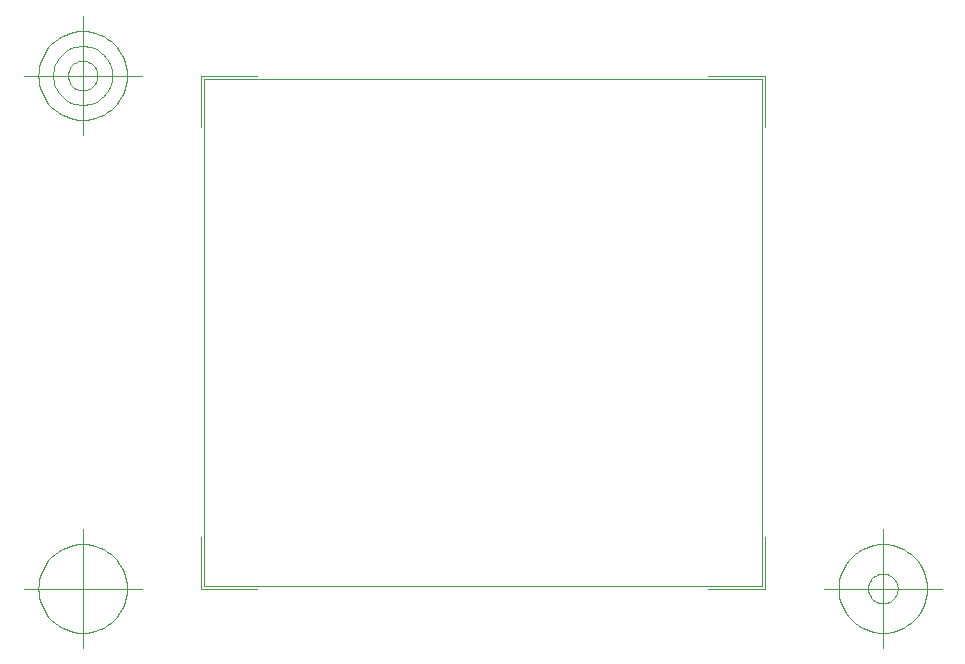
<source format=gbr>
G04 Generated by Ultiboard *
%FSLAX25Y25*%
%MOIN*%

%ADD10C,0.00004*%
%ADD11C,0.00394*%


G04 ColorRGB 00FFFF for the following layer *
%LNBoard Outline*%
%LPD*%
%FSLAX25Y25*%
%MOIN*%
G54D10*
X-2000Y224000D02*
X184000Y224000D01*
X184000Y224000D02*
X184000Y393000D01*
X184000Y393000D02*
X-2000Y393000D01*
X-2000Y393000D02*
X-2000Y224000D01*
G54D11*
X-3000Y223000D02*
X-3000Y240100D01*
X-3000Y223000D02*
X15800Y223000D01*
X185000Y223000D02*
X166200Y223000D01*
X185000Y223000D02*
X185000Y240100D01*
X185000Y394000D02*
X185000Y376900D01*
X185000Y394000D02*
X166200Y394000D01*
X-3000Y394000D02*
X15800Y394000D01*
X-3000Y394000D02*
X-3000Y376900D01*
X-22685Y223000D02*
X-62055Y223000D01*
X-42370Y203315D02*
X-42370Y242685D01*
X-27606Y223000D02*
X-27677Y224447D01*
X-27677Y224447D02*
X-27890Y225880D01*
X-27890Y225880D02*
X-28242Y227286D01*
X-28242Y227286D02*
X-28730Y228650D01*
X-28730Y228650D02*
X-29350Y229960D01*
X-29350Y229960D02*
X-30094Y231202D01*
X-30094Y231202D02*
X-30958Y232366D01*
X-30958Y232366D02*
X-31931Y233440D01*
X-31931Y233440D02*
X-33004Y234413D01*
X-33004Y234413D02*
X-34168Y235276D01*
X-34168Y235276D02*
X-35410Y236020D01*
X-35410Y236020D02*
X-36720Y236640D01*
X-36720Y236640D02*
X-38084Y237128D01*
X-38084Y237128D02*
X-39490Y237480D01*
X-39490Y237480D02*
X-40923Y237693D01*
X-40923Y237693D02*
X-42370Y237764D01*
X-42370Y237764D02*
X-43817Y237693D01*
X-43817Y237693D02*
X-45250Y237480D01*
X-45250Y237480D02*
X-46656Y237128D01*
X-46656Y237128D02*
X-48020Y236640D01*
X-48020Y236640D02*
X-49330Y236020D01*
X-49330Y236020D02*
X-50572Y235276D01*
X-50572Y235276D02*
X-51736Y234413D01*
X-51736Y234413D02*
X-52810Y233440D01*
X-52810Y233440D02*
X-53783Y232366D01*
X-53783Y232366D02*
X-54646Y231202D01*
X-54646Y231202D02*
X-55391Y229960D01*
X-55391Y229960D02*
X-56010Y228650D01*
X-56010Y228650D02*
X-56498Y227286D01*
X-56498Y227286D02*
X-56850Y225880D01*
X-56850Y225880D02*
X-57063Y224447D01*
X-57063Y224447D02*
X-57134Y223000D01*
X-57134Y223000D02*
X-57063Y221553D01*
X-57063Y221553D02*
X-56850Y220120D01*
X-56850Y220120D02*
X-56498Y218714D01*
X-56498Y218714D02*
X-56010Y217350D01*
X-56010Y217350D02*
X-55391Y216040D01*
X-55391Y216040D02*
X-54646Y214798D01*
X-54646Y214798D02*
X-53783Y213634D01*
X-53783Y213634D02*
X-52810Y212560D01*
X-52810Y212560D02*
X-51736Y211587D01*
X-51736Y211587D02*
X-50572Y210724D01*
X-50572Y210724D02*
X-49330Y209980D01*
X-49330Y209980D02*
X-48020Y209360D01*
X-48020Y209360D02*
X-46656Y208872D01*
X-46656Y208872D02*
X-45250Y208520D01*
X-45250Y208520D02*
X-43817Y208307D01*
X-43817Y208307D02*
X-42370Y208236D01*
X-42370Y208236D02*
X-40923Y208307D01*
X-40923Y208307D02*
X-39490Y208520D01*
X-39490Y208520D02*
X-38084Y208872D01*
X-38084Y208872D02*
X-36720Y209360D01*
X-36720Y209360D02*
X-35410Y209980D01*
X-35410Y209980D02*
X-34168Y210724D01*
X-34168Y210724D02*
X-33004Y211587D01*
X-33004Y211587D02*
X-31931Y212560D01*
X-31931Y212560D02*
X-30958Y213634D01*
X-30958Y213634D02*
X-30094Y214798D01*
X-30094Y214798D02*
X-29350Y216040D01*
X-29350Y216040D02*
X-28730Y217350D01*
X-28730Y217350D02*
X-28242Y218714D01*
X-28242Y218714D02*
X-27890Y220120D01*
X-27890Y220120D02*
X-27677Y221553D01*
X-27677Y221553D02*
X-27606Y223000D01*
X204685Y223000D02*
X244055Y223000D01*
X224370Y203315D02*
X224370Y242685D01*
X239134Y223000D02*
X239063Y224447D01*
X239063Y224447D02*
X238850Y225880D01*
X238850Y225880D02*
X238498Y227286D01*
X238498Y227286D02*
X238010Y228650D01*
X238010Y228650D02*
X237391Y229960D01*
X237391Y229960D02*
X236646Y231202D01*
X236646Y231202D02*
X235783Y232366D01*
X235783Y232366D02*
X234810Y233440D01*
X234810Y233440D02*
X233736Y234413D01*
X233736Y234413D02*
X232572Y235276D01*
X232572Y235276D02*
X231330Y236020D01*
X231330Y236020D02*
X230020Y236640D01*
X230020Y236640D02*
X228656Y237128D01*
X228656Y237128D02*
X227250Y237480D01*
X227250Y237480D02*
X225817Y237693D01*
X225817Y237693D02*
X224370Y237764D01*
X224370Y237764D02*
X222923Y237693D01*
X222923Y237693D02*
X221490Y237480D01*
X221490Y237480D02*
X220084Y237128D01*
X220084Y237128D02*
X218720Y236640D01*
X218720Y236640D02*
X217410Y236020D01*
X217410Y236020D02*
X216168Y235276D01*
X216168Y235276D02*
X215004Y234413D01*
X215004Y234413D02*
X213931Y233440D01*
X213931Y233440D02*
X212958Y232366D01*
X212958Y232366D02*
X212094Y231202D01*
X212094Y231202D02*
X211350Y229960D01*
X211350Y229960D02*
X210730Y228650D01*
X210730Y228650D02*
X210242Y227286D01*
X210242Y227286D02*
X209890Y225880D01*
X209890Y225880D02*
X209677Y224447D01*
X209677Y224447D02*
X209606Y223000D01*
X209606Y223000D02*
X209677Y221553D01*
X209677Y221553D02*
X209890Y220120D01*
X209890Y220120D02*
X210242Y218714D01*
X210242Y218714D02*
X210730Y217350D01*
X210730Y217350D02*
X211350Y216040D01*
X211350Y216040D02*
X212094Y214798D01*
X212094Y214798D02*
X212958Y213634D01*
X212958Y213634D02*
X213931Y212560D01*
X213931Y212560D02*
X215004Y211587D01*
X215004Y211587D02*
X216168Y210724D01*
X216168Y210724D02*
X217410Y209980D01*
X217410Y209980D02*
X218720Y209360D01*
X218720Y209360D02*
X220084Y208872D01*
X220084Y208872D02*
X221490Y208520D01*
X221490Y208520D02*
X222923Y208307D01*
X222923Y208307D02*
X224370Y208236D01*
X224370Y208236D02*
X225817Y208307D01*
X225817Y208307D02*
X227250Y208520D01*
X227250Y208520D02*
X228656Y208872D01*
X228656Y208872D02*
X230020Y209360D01*
X230020Y209360D02*
X231330Y209980D01*
X231330Y209980D02*
X232572Y210724D01*
X232572Y210724D02*
X233736Y211587D01*
X233736Y211587D02*
X234810Y212560D01*
X234810Y212560D02*
X235783Y213634D01*
X235783Y213634D02*
X236646Y214798D01*
X236646Y214798D02*
X237391Y216040D01*
X237391Y216040D02*
X238010Y217350D01*
X238010Y217350D02*
X238498Y218714D01*
X238498Y218714D02*
X238850Y220120D01*
X238850Y220120D02*
X239063Y221553D01*
X239063Y221553D02*
X239134Y223000D01*
X229291Y223000D02*
X229268Y223482D01*
X229268Y223482D02*
X229197Y223960D01*
X229197Y223960D02*
X229079Y224429D01*
X229079Y224429D02*
X228917Y224883D01*
X228917Y224883D02*
X228710Y225320D01*
X228710Y225320D02*
X228462Y225734D01*
X228462Y225734D02*
X228174Y226122D01*
X228174Y226122D02*
X227850Y226480D01*
X227850Y226480D02*
X227492Y226804D01*
X227492Y226804D02*
X227104Y227092D01*
X227104Y227092D02*
X226690Y227340D01*
X226690Y227340D02*
X226253Y227547D01*
X226253Y227547D02*
X225799Y227709D01*
X225799Y227709D02*
X225330Y227827D01*
X225330Y227827D02*
X224852Y227898D01*
X224852Y227898D02*
X224370Y227921D01*
X224370Y227921D02*
X223888Y227898D01*
X223888Y227898D02*
X223410Y227827D01*
X223410Y227827D02*
X222942Y227709D01*
X222942Y227709D02*
X222487Y227547D01*
X222487Y227547D02*
X222050Y227340D01*
X222050Y227340D02*
X221636Y227092D01*
X221636Y227092D02*
X221248Y226804D01*
X221248Y226804D02*
X220890Y226480D01*
X220890Y226480D02*
X220566Y226122D01*
X220566Y226122D02*
X220278Y225734D01*
X220278Y225734D02*
X220030Y225320D01*
X220030Y225320D02*
X219823Y224883D01*
X219823Y224883D02*
X219661Y224429D01*
X219661Y224429D02*
X219543Y223960D01*
X219543Y223960D02*
X219473Y223482D01*
X219473Y223482D02*
X219449Y223000D01*
X219449Y223000D02*
X219473Y222518D01*
X219473Y222518D02*
X219543Y222040D01*
X219543Y222040D02*
X219661Y221571D01*
X219661Y221571D02*
X219823Y221117D01*
X219823Y221117D02*
X220030Y220680D01*
X220030Y220680D02*
X220278Y220266D01*
X220278Y220266D02*
X220566Y219878D01*
X220566Y219878D02*
X220890Y219520D01*
X220890Y219520D02*
X221248Y219196D01*
X221248Y219196D02*
X221636Y218908D01*
X221636Y218908D02*
X222050Y218660D01*
X222050Y218660D02*
X222487Y218453D01*
X222487Y218453D02*
X222942Y218291D01*
X222942Y218291D02*
X223410Y218173D01*
X223410Y218173D02*
X223888Y218102D01*
X223888Y218102D02*
X224370Y218079D01*
X224370Y218079D02*
X224852Y218102D01*
X224852Y218102D02*
X225330Y218173D01*
X225330Y218173D02*
X225799Y218291D01*
X225799Y218291D02*
X226253Y218453D01*
X226253Y218453D02*
X226690Y218660D01*
X226690Y218660D02*
X227104Y218908D01*
X227104Y218908D02*
X227492Y219196D01*
X227492Y219196D02*
X227850Y219520D01*
X227850Y219520D02*
X228174Y219878D01*
X228174Y219878D02*
X228462Y220266D01*
X228462Y220266D02*
X228710Y220680D01*
X228710Y220680D02*
X228917Y221117D01*
X228917Y221117D02*
X229079Y221571D01*
X229079Y221571D02*
X229197Y222040D01*
X229197Y222040D02*
X229268Y222518D01*
X229268Y222518D02*
X229291Y223000D01*
X-22685Y394000D02*
X-62055Y394000D01*
X-42370Y374315D02*
X-42370Y413685D01*
X-27606Y394000D02*
X-27677Y395447D01*
X-27677Y395447D02*
X-27890Y396880D01*
X-27890Y396880D02*
X-28242Y398286D01*
X-28242Y398286D02*
X-28730Y399650D01*
X-28730Y399650D02*
X-29350Y400960D01*
X-29350Y400960D02*
X-30094Y402202D01*
X-30094Y402202D02*
X-30958Y403366D01*
X-30958Y403366D02*
X-31931Y404440D01*
X-31931Y404440D02*
X-33004Y405413D01*
X-33004Y405413D02*
X-34168Y406276D01*
X-34168Y406276D02*
X-35410Y407020D01*
X-35410Y407020D02*
X-36720Y407640D01*
X-36720Y407640D02*
X-38084Y408128D01*
X-38084Y408128D02*
X-39490Y408480D01*
X-39490Y408480D02*
X-40923Y408693D01*
X-40923Y408693D02*
X-42370Y408764D01*
X-42370Y408764D02*
X-43817Y408693D01*
X-43817Y408693D02*
X-45250Y408480D01*
X-45250Y408480D02*
X-46656Y408128D01*
X-46656Y408128D02*
X-48020Y407640D01*
X-48020Y407640D02*
X-49330Y407020D01*
X-49330Y407020D02*
X-50572Y406276D01*
X-50572Y406276D02*
X-51736Y405413D01*
X-51736Y405413D02*
X-52810Y404440D01*
X-52810Y404440D02*
X-53783Y403366D01*
X-53783Y403366D02*
X-54646Y402202D01*
X-54646Y402202D02*
X-55391Y400960D01*
X-55391Y400960D02*
X-56010Y399650D01*
X-56010Y399650D02*
X-56498Y398286D01*
X-56498Y398286D02*
X-56850Y396880D01*
X-56850Y396880D02*
X-57063Y395447D01*
X-57063Y395447D02*
X-57134Y394000D01*
X-57134Y394000D02*
X-57063Y392553D01*
X-57063Y392553D02*
X-56850Y391120D01*
X-56850Y391120D02*
X-56498Y389714D01*
X-56498Y389714D02*
X-56010Y388350D01*
X-56010Y388350D02*
X-55391Y387040D01*
X-55391Y387040D02*
X-54646Y385798D01*
X-54646Y385798D02*
X-53783Y384634D01*
X-53783Y384634D02*
X-52810Y383560D01*
X-52810Y383560D02*
X-51736Y382587D01*
X-51736Y382587D02*
X-50572Y381724D01*
X-50572Y381724D02*
X-49330Y380980D01*
X-49330Y380980D02*
X-48020Y380360D01*
X-48020Y380360D02*
X-46656Y379872D01*
X-46656Y379872D02*
X-45250Y379520D01*
X-45250Y379520D02*
X-43817Y379307D01*
X-43817Y379307D02*
X-42370Y379236D01*
X-42370Y379236D02*
X-40923Y379307D01*
X-40923Y379307D02*
X-39490Y379520D01*
X-39490Y379520D02*
X-38084Y379872D01*
X-38084Y379872D02*
X-36720Y380360D01*
X-36720Y380360D02*
X-35410Y380980D01*
X-35410Y380980D02*
X-34168Y381724D01*
X-34168Y381724D02*
X-33004Y382587D01*
X-33004Y382587D02*
X-31931Y383560D01*
X-31931Y383560D02*
X-30958Y384634D01*
X-30958Y384634D02*
X-30094Y385798D01*
X-30094Y385798D02*
X-29350Y387040D01*
X-29350Y387040D02*
X-28730Y388350D01*
X-28730Y388350D02*
X-28242Y389714D01*
X-28242Y389714D02*
X-27890Y391120D01*
X-27890Y391120D02*
X-27677Y392553D01*
X-27677Y392553D02*
X-27606Y394000D01*
X-32528Y394000D02*
X-32575Y394965D01*
X-32575Y394965D02*
X-32717Y395920D01*
X-32717Y395920D02*
X-32951Y396857D01*
X-32951Y396857D02*
X-33277Y397767D01*
X-33277Y397767D02*
X-33690Y398640D01*
X-33690Y398640D02*
X-34186Y399468D01*
X-34186Y399468D02*
X-34762Y400244D01*
X-34762Y400244D02*
X-35410Y400960D01*
X-35410Y400960D02*
X-36126Y401608D01*
X-36126Y401608D02*
X-36902Y402184D01*
X-36902Y402184D02*
X-37730Y402680D01*
X-37730Y402680D02*
X-38604Y403093D01*
X-38604Y403093D02*
X-39513Y403419D01*
X-39513Y403419D02*
X-40450Y403653D01*
X-40450Y403653D02*
X-41405Y403795D01*
X-41405Y403795D02*
X-42370Y403843D01*
X-42370Y403843D02*
X-43335Y403795D01*
X-43335Y403795D02*
X-44290Y403653D01*
X-44290Y403653D02*
X-45227Y403419D01*
X-45227Y403419D02*
X-46137Y403093D01*
X-46137Y403093D02*
X-47010Y402680D01*
X-47010Y402680D02*
X-47838Y402184D01*
X-47838Y402184D02*
X-48614Y401608D01*
X-48614Y401608D02*
X-49330Y400960D01*
X-49330Y400960D02*
X-49978Y400244D01*
X-49978Y400244D02*
X-50554Y399468D01*
X-50554Y399468D02*
X-51050Y398640D01*
X-51050Y398640D02*
X-51463Y397767D01*
X-51463Y397767D02*
X-51789Y396857D01*
X-51789Y396857D02*
X-52023Y395920D01*
X-52023Y395920D02*
X-52165Y394965D01*
X-52165Y394965D02*
X-52213Y394000D01*
X-52213Y394000D02*
X-52165Y393035D01*
X-52165Y393035D02*
X-52023Y392080D01*
X-52023Y392080D02*
X-51789Y391143D01*
X-51789Y391143D02*
X-51463Y390233D01*
X-51463Y390233D02*
X-51050Y389360D01*
X-51050Y389360D02*
X-50554Y388532D01*
X-50554Y388532D02*
X-49978Y387756D01*
X-49978Y387756D02*
X-49330Y387040D01*
X-49330Y387040D02*
X-48614Y386392D01*
X-48614Y386392D02*
X-47838Y385816D01*
X-47838Y385816D02*
X-47010Y385320D01*
X-47010Y385320D02*
X-46137Y384907D01*
X-46137Y384907D02*
X-45227Y384581D01*
X-45227Y384581D02*
X-44290Y384347D01*
X-44290Y384347D02*
X-43335Y384205D01*
X-43335Y384205D02*
X-42370Y384157D01*
X-42370Y384157D02*
X-41405Y384205D01*
X-41405Y384205D02*
X-40450Y384347D01*
X-40450Y384347D02*
X-39513Y384581D01*
X-39513Y384581D02*
X-38604Y384907D01*
X-38604Y384907D02*
X-37730Y385320D01*
X-37730Y385320D02*
X-36902Y385816D01*
X-36902Y385816D02*
X-36126Y386392D01*
X-36126Y386392D02*
X-35410Y387040D01*
X-35410Y387040D02*
X-34762Y387756D01*
X-34762Y387756D02*
X-34186Y388532D01*
X-34186Y388532D02*
X-33690Y389360D01*
X-33690Y389360D02*
X-33277Y390233D01*
X-33277Y390233D02*
X-32951Y391143D01*
X-32951Y391143D02*
X-32717Y392080D01*
X-32717Y392080D02*
X-32575Y393035D01*
X-32575Y393035D02*
X-32528Y394000D01*
X-37449Y394000D02*
X-37473Y394482D01*
X-37473Y394482D02*
X-37543Y394960D01*
X-37543Y394960D02*
X-37661Y395429D01*
X-37661Y395429D02*
X-37823Y395883D01*
X-37823Y395883D02*
X-38030Y396320D01*
X-38030Y396320D02*
X-38278Y396734D01*
X-38278Y396734D02*
X-38566Y397122D01*
X-38566Y397122D02*
X-38890Y397480D01*
X-38890Y397480D02*
X-39248Y397804D01*
X-39248Y397804D02*
X-39636Y398092D01*
X-39636Y398092D02*
X-40050Y398340D01*
X-40050Y398340D02*
X-40487Y398547D01*
X-40487Y398547D02*
X-40942Y398709D01*
X-40942Y398709D02*
X-41410Y398827D01*
X-41410Y398827D02*
X-41888Y398898D01*
X-41888Y398898D02*
X-42370Y398921D01*
X-42370Y398921D02*
X-42852Y398898D01*
X-42852Y398898D02*
X-43330Y398827D01*
X-43330Y398827D02*
X-43799Y398709D01*
X-43799Y398709D02*
X-44253Y398547D01*
X-44253Y398547D02*
X-44690Y398340D01*
X-44690Y398340D02*
X-45104Y398092D01*
X-45104Y398092D02*
X-45492Y397804D01*
X-45492Y397804D02*
X-45850Y397480D01*
X-45850Y397480D02*
X-46174Y397122D01*
X-46174Y397122D02*
X-46462Y396734D01*
X-46462Y396734D02*
X-46710Y396320D01*
X-46710Y396320D02*
X-46917Y395883D01*
X-46917Y395883D02*
X-47079Y395429D01*
X-47079Y395429D02*
X-47197Y394960D01*
X-47197Y394960D02*
X-47268Y394482D01*
X-47268Y394482D02*
X-47291Y394000D01*
X-47291Y394000D02*
X-47268Y393518D01*
X-47268Y393518D02*
X-47197Y393040D01*
X-47197Y393040D02*
X-47079Y392571D01*
X-47079Y392571D02*
X-46917Y392117D01*
X-46917Y392117D02*
X-46710Y391680D01*
X-46710Y391680D02*
X-46462Y391266D01*
X-46462Y391266D02*
X-46174Y390878D01*
X-46174Y390878D02*
X-45850Y390520D01*
X-45850Y390520D02*
X-45492Y390196D01*
X-45492Y390196D02*
X-45104Y389908D01*
X-45104Y389908D02*
X-44690Y389660D01*
X-44690Y389660D02*
X-44253Y389453D01*
X-44253Y389453D02*
X-43799Y389291D01*
X-43799Y389291D02*
X-43330Y389173D01*
X-43330Y389173D02*
X-42852Y389102D01*
X-42852Y389102D02*
X-42370Y389079D01*
X-42370Y389079D02*
X-41888Y389102D01*
X-41888Y389102D02*
X-41410Y389173D01*
X-41410Y389173D02*
X-40942Y389291D01*
X-40942Y389291D02*
X-40487Y389453D01*
X-40487Y389453D02*
X-40050Y389660D01*
X-40050Y389660D02*
X-39636Y389908D01*
X-39636Y389908D02*
X-39248Y390196D01*
X-39248Y390196D02*
X-38890Y390520D01*
X-38890Y390520D02*
X-38566Y390878D01*
X-38566Y390878D02*
X-38278Y391266D01*
X-38278Y391266D02*
X-38030Y391680D01*
X-38030Y391680D02*
X-37823Y392117D01*
X-37823Y392117D02*
X-37661Y392571D01*
X-37661Y392571D02*
X-37543Y393040D01*
X-37543Y393040D02*
X-37473Y393518D01*
X-37473Y393518D02*
X-37449Y394000D01*

M00*

</source>
